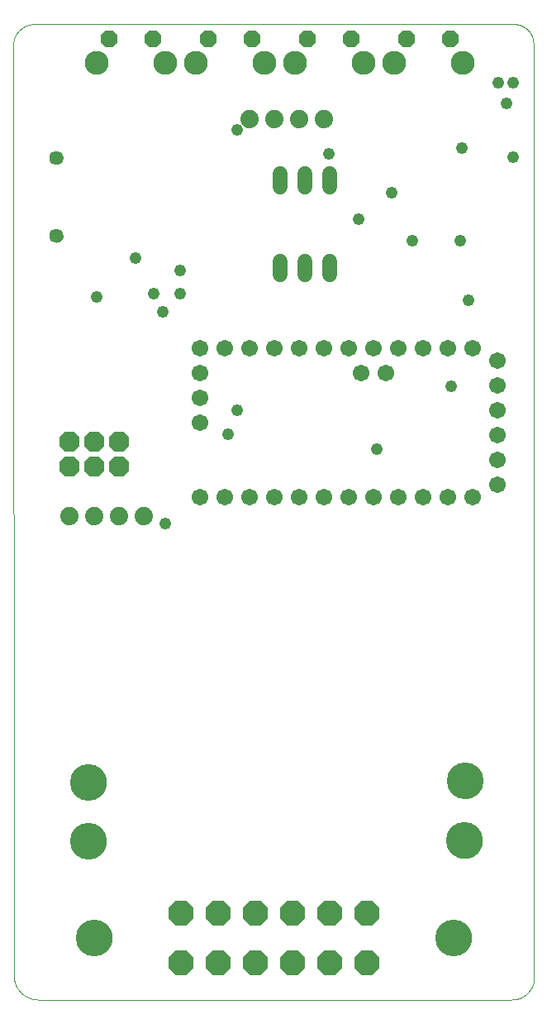
<source format=gbs>
G75*
%MOIN*%
%OFA0B0*%
%FSLAX25Y25*%
%IPPOS*%
%LPD*%
%AMOC8*
5,1,8,0,0,1.08239X$1,22.5*
%
%ADD10C,0.00000*%
%ADD11C,0.14800*%
%ADD12OC8,0.06800*%
%ADD13C,0.09650*%
%ADD14OC8,0.10249*%
%ADD15C,0.05721*%
%ADD16OC8,0.08200*%
%ADD17C,0.07400*%
%ADD18C,0.06737*%
%ADD19C,0.06000*%
%ADD20C,0.04800*%
D10*
X0001297Y0010767D02*
X0001000Y0385429D01*
X0001003Y0385640D01*
X0001010Y0385850D01*
X0001023Y0386061D01*
X0001041Y0386271D01*
X0001064Y0386480D01*
X0001092Y0386689D01*
X0001124Y0386897D01*
X0001162Y0387104D01*
X0001205Y0387311D01*
X0001253Y0387516D01*
X0001306Y0387720D01*
X0001364Y0387922D01*
X0001427Y0388124D01*
X0001494Y0388323D01*
X0001567Y0388521D01*
X0001644Y0388717D01*
X0001726Y0388911D01*
X0001812Y0389104D01*
X0001903Y0389294D01*
X0001999Y0389481D01*
X0002099Y0389667D01*
X0002204Y0389850D01*
X0002313Y0390030D01*
X0002426Y0390208D01*
X0002544Y0390383D01*
X0002665Y0390554D01*
X0002791Y0390723D01*
X0002921Y0390889D01*
X0003055Y0391052D01*
X0003193Y0391211D01*
X0003335Y0391367D01*
X0003480Y0391520D01*
X0003629Y0391669D01*
X0003782Y0391814D01*
X0003938Y0391956D01*
X0004097Y0392094D01*
X0004260Y0392228D01*
X0004426Y0392358D01*
X0004595Y0392484D01*
X0004766Y0392605D01*
X0004941Y0392723D01*
X0005119Y0392836D01*
X0005299Y0392945D01*
X0005482Y0393050D01*
X0005668Y0393150D01*
X0005855Y0393246D01*
X0006045Y0393337D01*
X0006238Y0393423D01*
X0006432Y0393505D01*
X0006628Y0393582D01*
X0006826Y0393655D01*
X0007025Y0393722D01*
X0007227Y0393785D01*
X0007429Y0393843D01*
X0007633Y0393896D01*
X0007838Y0393944D01*
X0008045Y0393987D01*
X0008252Y0394025D01*
X0008460Y0394057D01*
X0008669Y0394085D01*
X0008878Y0394108D01*
X0009088Y0394126D01*
X0009299Y0394139D01*
X0009509Y0394146D01*
X0009720Y0394149D01*
X0009720Y0394148D02*
X0203035Y0394148D01*
X0203226Y0394146D01*
X0203416Y0394139D01*
X0203606Y0394127D01*
X0203796Y0394111D01*
X0203986Y0394091D01*
X0204174Y0394065D01*
X0204363Y0394035D01*
X0204550Y0394001D01*
X0204737Y0393962D01*
X0204922Y0393919D01*
X0205107Y0393871D01*
X0205290Y0393819D01*
X0205472Y0393762D01*
X0205652Y0393701D01*
X0205831Y0393636D01*
X0206009Y0393566D01*
X0206184Y0393492D01*
X0206358Y0393414D01*
X0206530Y0393331D01*
X0206700Y0393245D01*
X0206867Y0393154D01*
X0207033Y0393059D01*
X0207196Y0392961D01*
X0207357Y0392858D01*
X0207515Y0392752D01*
X0207670Y0392642D01*
X0207823Y0392528D01*
X0207973Y0392411D01*
X0208120Y0392289D01*
X0208264Y0392165D01*
X0208405Y0392037D01*
X0208543Y0391905D01*
X0208678Y0391770D01*
X0208810Y0391632D01*
X0208938Y0391491D01*
X0209062Y0391347D01*
X0209184Y0391200D01*
X0209301Y0391050D01*
X0209415Y0390897D01*
X0209525Y0390742D01*
X0209631Y0390584D01*
X0209734Y0390423D01*
X0209832Y0390260D01*
X0209927Y0390094D01*
X0210018Y0389927D01*
X0210104Y0389757D01*
X0210187Y0389585D01*
X0210265Y0389411D01*
X0210339Y0389236D01*
X0210409Y0389058D01*
X0210474Y0388879D01*
X0210535Y0388699D01*
X0210592Y0388517D01*
X0210644Y0388334D01*
X0210692Y0388149D01*
X0210735Y0387964D01*
X0210774Y0387777D01*
X0210808Y0387590D01*
X0210838Y0387401D01*
X0210864Y0387213D01*
X0210884Y0387023D01*
X0210900Y0386833D01*
X0210912Y0386643D01*
X0210919Y0386453D01*
X0210921Y0386262D01*
X0211218Y0009978D01*
X0211215Y0009761D01*
X0211208Y0009544D01*
X0211194Y0009328D01*
X0211176Y0009111D01*
X0211153Y0008896D01*
X0211124Y0008681D01*
X0211090Y0008466D01*
X0211051Y0008253D01*
X0211006Y0008041D01*
X0210957Y0007829D01*
X0210903Y0007619D01*
X0210843Y0007411D01*
X0210779Y0007204D01*
X0210709Y0006998D01*
X0210635Y0006794D01*
X0210555Y0006592D01*
X0210471Y0006393D01*
X0210382Y0006195D01*
X0210288Y0005999D01*
X0210190Y0005806D01*
X0210086Y0005615D01*
X0209979Y0005427D01*
X0209867Y0005241D01*
X0209750Y0005058D01*
X0209629Y0004878D01*
X0209503Y0004701D01*
X0209374Y0004527D01*
X0209240Y0004356D01*
X0209102Y0004189D01*
X0208960Y0004024D01*
X0208814Y0003864D01*
X0208665Y0003707D01*
X0208511Y0003553D01*
X0208354Y0003404D01*
X0208194Y0003258D01*
X0208029Y0003116D01*
X0207862Y0002978D01*
X0207691Y0002844D01*
X0207517Y0002715D01*
X0207340Y0002589D01*
X0207160Y0002468D01*
X0206977Y0002351D01*
X0206791Y0002239D01*
X0206603Y0002132D01*
X0206412Y0002028D01*
X0206219Y0001930D01*
X0206023Y0001836D01*
X0205825Y0001747D01*
X0205626Y0001663D01*
X0205424Y0001583D01*
X0205220Y0001509D01*
X0205014Y0001439D01*
X0204807Y0001375D01*
X0204599Y0001315D01*
X0204389Y0001261D01*
X0204177Y0001212D01*
X0203965Y0001167D01*
X0203752Y0001128D01*
X0203537Y0001094D01*
X0203322Y0001065D01*
X0203107Y0001042D01*
X0202890Y0001024D01*
X0202674Y0001010D01*
X0202457Y0001003D01*
X0202240Y0001000D01*
X0011063Y0001000D01*
X0010827Y0001003D01*
X0010591Y0001011D01*
X0010356Y0001026D01*
X0010120Y0001046D01*
X0009886Y0001071D01*
X0009652Y0001102D01*
X0009419Y0001139D01*
X0009186Y0001182D01*
X0008955Y0001230D01*
X0008726Y0001284D01*
X0008497Y0001343D01*
X0008270Y0001408D01*
X0008045Y0001478D01*
X0007821Y0001554D01*
X0007600Y0001635D01*
X0007380Y0001721D01*
X0007162Y0001813D01*
X0006947Y0001910D01*
X0006734Y0002012D01*
X0006524Y0002119D01*
X0006316Y0002231D01*
X0006112Y0002348D01*
X0005910Y0002470D01*
X0005711Y0002597D01*
X0005515Y0002729D01*
X0005322Y0002865D01*
X0005133Y0003006D01*
X0004947Y0003152D01*
X0004765Y0003302D01*
X0004586Y0003456D01*
X0004412Y0003615D01*
X0004241Y0003778D01*
X0004074Y0003945D01*
X0003911Y0004116D01*
X0003752Y0004290D01*
X0003598Y0004469D01*
X0003448Y0004651D01*
X0003302Y0004837D01*
X0003161Y0005026D01*
X0003025Y0005219D01*
X0002893Y0005415D01*
X0002766Y0005614D01*
X0002644Y0005816D01*
X0002527Y0006020D01*
X0002415Y0006228D01*
X0002308Y0006438D01*
X0002206Y0006651D01*
X0002109Y0006866D01*
X0002017Y0007084D01*
X0001931Y0007304D01*
X0001850Y0007525D01*
X0001774Y0007749D01*
X0001704Y0007974D01*
X0001639Y0008201D01*
X0001580Y0008430D01*
X0001526Y0008659D01*
X0001478Y0008890D01*
X0001435Y0009123D01*
X0001398Y0009356D01*
X0001367Y0009590D01*
X0001342Y0009824D01*
X0001322Y0010060D01*
X0001307Y0010295D01*
X0001299Y0010531D01*
X0001296Y0010767D01*
X0024468Y0064839D02*
X0024470Y0065011D01*
X0024476Y0065182D01*
X0024487Y0065354D01*
X0024502Y0065525D01*
X0024521Y0065696D01*
X0024544Y0065866D01*
X0024571Y0066036D01*
X0024603Y0066205D01*
X0024638Y0066373D01*
X0024678Y0066540D01*
X0024722Y0066706D01*
X0024769Y0066871D01*
X0024821Y0067035D01*
X0024877Y0067197D01*
X0024937Y0067358D01*
X0025001Y0067518D01*
X0025069Y0067676D01*
X0025140Y0067832D01*
X0025215Y0067986D01*
X0025295Y0068139D01*
X0025377Y0068289D01*
X0025464Y0068438D01*
X0025554Y0068584D01*
X0025648Y0068728D01*
X0025745Y0068870D01*
X0025846Y0069009D01*
X0025950Y0069146D01*
X0026057Y0069280D01*
X0026168Y0069411D01*
X0026281Y0069540D01*
X0026398Y0069666D01*
X0026518Y0069789D01*
X0026641Y0069909D01*
X0026767Y0070026D01*
X0026896Y0070139D01*
X0027027Y0070250D01*
X0027161Y0070357D01*
X0027298Y0070461D01*
X0027437Y0070562D01*
X0027579Y0070659D01*
X0027723Y0070753D01*
X0027869Y0070843D01*
X0028018Y0070930D01*
X0028168Y0071012D01*
X0028321Y0071092D01*
X0028475Y0071167D01*
X0028631Y0071238D01*
X0028789Y0071306D01*
X0028949Y0071370D01*
X0029110Y0071430D01*
X0029272Y0071486D01*
X0029436Y0071538D01*
X0029601Y0071585D01*
X0029767Y0071629D01*
X0029934Y0071669D01*
X0030102Y0071704D01*
X0030271Y0071736D01*
X0030441Y0071763D01*
X0030611Y0071786D01*
X0030782Y0071805D01*
X0030953Y0071820D01*
X0031125Y0071831D01*
X0031296Y0071837D01*
X0031468Y0071839D01*
X0031640Y0071837D01*
X0031811Y0071831D01*
X0031983Y0071820D01*
X0032154Y0071805D01*
X0032325Y0071786D01*
X0032495Y0071763D01*
X0032665Y0071736D01*
X0032834Y0071704D01*
X0033002Y0071669D01*
X0033169Y0071629D01*
X0033335Y0071585D01*
X0033500Y0071538D01*
X0033664Y0071486D01*
X0033826Y0071430D01*
X0033987Y0071370D01*
X0034147Y0071306D01*
X0034305Y0071238D01*
X0034461Y0071167D01*
X0034615Y0071092D01*
X0034768Y0071012D01*
X0034918Y0070930D01*
X0035067Y0070843D01*
X0035213Y0070753D01*
X0035357Y0070659D01*
X0035499Y0070562D01*
X0035638Y0070461D01*
X0035775Y0070357D01*
X0035909Y0070250D01*
X0036040Y0070139D01*
X0036169Y0070026D01*
X0036295Y0069909D01*
X0036418Y0069789D01*
X0036538Y0069666D01*
X0036655Y0069540D01*
X0036768Y0069411D01*
X0036879Y0069280D01*
X0036986Y0069146D01*
X0037090Y0069009D01*
X0037191Y0068870D01*
X0037288Y0068728D01*
X0037382Y0068584D01*
X0037472Y0068438D01*
X0037559Y0068289D01*
X0037641Y0068139D01*
X0037721Y0067986D01*
X0037796Y0067832D01*
X0037867Y0067676D01*
X0037935Y0067518D01*
X0037999Y0067358D01*
X0038059Y0067197D01*
X0038115Y0067035D01*
X0038167Y0066871D01*
X0038214Y0066706D01*
X0038258Y0066540D01*
X0038298Y0066373D01*
X0038333Y0066205D01*
X0038365Y0066036D01*
X0038392Y0065866D01*
X0038415Y0065696D01*
X0038434Y0065525D01*
X0038449Y0065354D01*
X0038460Y0065182D01*
X0038466Y0065011D01*
X0038468Y0064839D01*
X0038466Y0064667D01*
X0038460Y0064496D01*
X0038449Y0064324D01*
X0038434Y0064153D01*
X0038415Y0063982D01*
X0038392Y0063812D01*
X0038365Y0063642D01*
X0038333Y0063473D01*
X0038298Y0063305D01*
X0038258Y0063138D01*
X0038214Y0062972D01*
X0038167Y0062807D01*
X0038115Y0062643D01*
X0038059Y0062481D01*
X0037999Y0062320D01*
X0037935Y0062160D01*
X0037867Y0062002D01*
X0037796Y0061846D01*
X0037721Y0061692D01*
X0037641Y0061539D01*
X0037559Y0061389D01*
X0037472Y0061240D01*
X0037382Y0061094D01*
X0037288Y0060950D01*
X0037191Y0060808D01*
X0037090Y0060669D01*
X0036986Y0060532D01*
X0036879Y0060398D01*
X0036768Y0060267D01*
X0036655Y0060138D01*
X0036538Y0060012D01*
X0036418Y0059889D01*
X0036295Y0059769D01*
X0036169Y0059652D01*
X0036040Y0059539D01*
X0035909Y0059428D01*
X0035775Y0059321D01*
X0035638Y0059217D01*
X0035499Y0059116D01*
X0035357Y0059019D01*
X0035213Y0058925D01*
X0035067Y0058835D01*
X0034918Y0058748D01*
X0034768Y0058666D01*
X0034615Y0058586D01*
X0034461Y0058511D01*
X0034305Y0058440D01*
X0034147Y0058372D01*
X0033987Y0058308D01*
X0033826Y0058248D01*
X0033664Y0058192D01*
X0033500Y0058140D01*
X0033335Y0058093D01*
X0033169Y0058049D01*
X0033002Y0058009D01*
X0032834Y0057974D01*
X0032665Y0057942D01*
X0032495Y0057915D01*
X0032325Y0057892D01*
X0032154Y0057873D01*
X0031983Y0057858D01*
X0031811Y0057847D01*
X0031640Y0057841D01*
X0031468Y0057839D01*
X0031296Y0057841D01*
X0031125Y0057847D01*
X0030953Y0057858D01*
X0030782Y0057873D01*
X0030611Y0057892D01*
X0030441Y0057915D01*
X0030271Y0057942D01*
X0030102Y0057974D01*
X0029934Y0058009D01*
X0029767Y0058049D01*
X0029601Y0058093D01*
X0029436Y0058140D01*
X0029272Y0058192D01*
X0029110Y0058248D01*
X0028949Y0058308D01*
X0028789Y0058372D01*
X0028631Y0058440D01*
X0028475Y0058511D01*
X0028321Y0058586D01*
X0028168Y0058666D01*
X0028018Y0058748D01*
X0027869Y0058835D01*
X0027723Y0058925D01*
X0027579Y0059019D01*
X0027437Y0059116D01*
X0027298Y0059217D01*
X0027161Y0059321D01*
X0027027Y0059428D01*
X0026896Y0059539D01*
X0026767Y0059652D01*
X0026641Y0059769D01*
X0026518Y0059889D01*
X0026398Y0060012D01*
X0026281Y0060138D01*
X0026168Y0060267D01*
X0026057Y0060398D01*
X0025950Y0060532D01*
X0025846Y0060669D01*
X0025745Y0060808D01*
X0025648Y0060950D01*
X0025554Y0061094D01*
X0025464Y0061240D01*
X0025377Y0061389D01*
X0025295Y0061539D01*
X0025215Y0061692D01*
X0025140Y0061846D01*
X0025069Y0062002D01*
X0025001Y0062160D01*
X0024937Y0062320D01*
X0024877Y0062481D01*
X0024821Y0062643D01*
X0024769Y0062807D01*
X0024722Y0062972D01*
X0024678Y0063138D01*
X0024638Y0063305D01*
X0024603Y0063473D01*
X0024571Y0063642D01*
X0024544Y0063812D01*
X0024521Y0063982D01*
X0024502Y0064153D01*
X0024487Y0064324D01*
X0024476Y0064496D01*
X0024470Y0064667D01*
X0024468Y0064839D01*
X0024536Y0088621D02*
X0024538Y0088793D01*
X0024544Y0088964D01*
X0024555Y0089136D01*
X0024570Y0089307D01*
X0024589Y0089478D01*
X0024612Y0089648D01*
X0024639Y0089818D01*
X0024671Y0089987D01*
X0024706Y0090155D01*
X0024746Y0090322D01*
X0024790Y0090488D01*
X0024837Y0090653D01*
X0024889Y0090817D01*
X0024945Y0090979D01*
X0025005Y0091140D01*
X0025069Y0091300D01*
X0025137Y0091458D01*
X0025208Y0091614D01*
X0025283Y0091768D01*
X0025363Y0091921D01*
X0025445Y0092071D01*
X0025532Y0092220D01*
X0025622Y0092366D01*
X0025716Y0092510D01*
X0025813Y0092652D01*
X0025914Y0092791D01*
X0026018Y0092928D01*
X0026125Y0093062D01*
X0026236Y0093193D01*
X0026349Y0093322D01*
X0026466Y0093448D01*
X0026586Y0093571D01*
X0026709Y0093691D01*
X0026835Y0093808D01*
X0026964Y0093921D01*
X0027095Y0094032D01*
X0027229Y0094139D01*
X0027366Y0094243D01*
X0027505Y0094344D01*
X0027647Y0094441D01*
X0027791Y0094535D01*
X0027937Y0094625D01*
X0028086Y0094712D01*
X0028236Y0094794D01*
X0028389Y0094874D01*
X0028543Y0094949D01*
X0028699Y0095020D01*
X0028857Y0095088D01*
X0029017Y0095152D01*
X0029178Y0095212D01*
X0029340Y0095268D01*
X0029504Y0095320D01*
X0029669Y0095367D01*
X0029835Y0095411D01*
X0030002Y0095451D01*
X0030170Y0095486D01*
X0030339Y0095518D01*
X0030509Y0095545D01*
X0030679Y0095568D01*
X0030850Y0095587D01*
X0031021Y0095602D01*
X0031193Y0095613D01*
X0031364Y0095619D01*
X0031536Y0095621D01*
X0031708Y0095619D01*
X0031879Y0095613D01*
X0032051Y0095602D01*
X0032222Y0095587D01*
X0032393Y0095568D01*
X0032563Y0095545D01*
X0032733Y0095518D01*
X0032902Y0095486D01*
X0033070Y0095451D01*
X0033237Y0095411D01*
X0033403Y0095367D01*
X0033568Y0095320D01*
X0033732Y0095268D01*
X0033894Y0095212D01*
X0034055Y0095152D01*
X0034215Y0095088D01*
X0034373Y0095020D01*
X0034529Y0094949D01*
X0034683Y0094874D01*
X0034836Y0094794D01*
X0034986Y0094712D01*
X0035135Y0094625D01*
X0035281Y0094535D01*
X0035425Y0094441D01*
X0035567Y0094344D01*
X0035706Y0094243D01*
X0035843Y0094139D01*
X0035977Y0094032D01*
X0036108Y0093921D01*
X0036237Y0093808D01*
X0036363Y0093691D01*
X0036486Y0093571D01*
X0036606Y0093448D01*
X0036723Y0093322D01*
X0036836Y0093193D01*
X0036947Y0093062D01*
X0037054Y0092928D01*
X0037158Y0092791D01*
X0037259Y0092652D01*
X0037356Y0092510D01*
X0037450Y0092366D01*
X0037540Y0092220D01*
X0037627Y0092071D01*
X0037709Y0091921D01*
X0037789Y0091768D01*
X0037864Y0091614D01*
X0037935Y0091458D01*
X0038003Y0091300D01*
X0038067Y0091140D01*
X0038127Y0090979D01*
X0038183Y0090817D01*
X0038235Y0090653D01*
X0038282Y0090488D01*
X0038326Y0090322D01*
X0038366Y0090155D01*
X0038401Y0089987D01*
X0038433Y0089818D01*
X0038460Y0089648D01*
X0038483Y0089478D01*
X0038502Y0089307D01*
X0038517Y0089136D01*
X0038528Y0088964D01*
X0038534Y0088793D01*
X0038536Y0088621D01*
X0038534Y0088449D01*
X0038528Y0088278D01*
X0038517Y0088106D01*
X0038502Y0087935D01*
X0038483Y0087764D01*
X0038460Y0087594D01*
X0038433Y0087424D01*
X0038401Y0087255D01*
X0038366Y0087087D01*
X0038326Y0086920D01*
X0038282Y0086754D01*
X0038235Y0086589D01*
X0038183Y0086425D01*
X0038127Y0086263D01*
X0038067Y0086102D01*
X0038003Y0085942D01*
X0037935Y0085784D01*
X0037864Y0085628D01*
X0037789Y0085474D01*
X0037709Y0085321D01*
X0037627Y0085171D01*
X0037540Y0085022D01*
X0037450Y0084876D01*
X0037356Y0084732D01*
X0037259Y0084590D01*
X0037158Y0084451D01*
X0037054Y0084314D01*
X0036947Y0084180D01*
X0036836Y0084049D01*
X0036723Y0083920D01*
X0036606Y0083794D01*
X0036486Y0083671D01*
X0036363Y0083551D01*
X0036237Y0083434D01*
X0036108Y0083321D01*
X0035977Y0083210D01*
X0035843Y0083103D01*
X0035706Y0082999D01*
X0035567Y0082898D01*
X0035425Y0082801D01*
X0035281Y0082707D01*
X0035135Y0082617D01*
X0034986Y0082530D01*
X0034836Y0082448D01*
X0034683Y0082368D01*
X0034529Y0082293D01*
X0034373Y0082222D01*
X0034215Y0082154D01*
X0034055Y0082090D01*
X0033894Y0082030D01*
X0033732Y0081974D01*
X0033568Y0081922D01*
X0033403Y0081875D01*
X0033237Y0081831D01*
X0033070Y0081791D01*
X0032902Y0081756D01*
X0032733Y0081724D01*
X0032563Y0081697D01*
X0032393Y0081674D01*
X0032222Y0081655D01*
X0032051Y0081640D01*
X0031879Y0081629D01*
X0031708Y0081623D01*
X0031536Y0081621D01*
X0031364Y0081623D01*
X0031193Y0081629D01*
X0031021Y0081640D01*
X0030850Y0081655D01*
X0030679Y0081674D01*
X0030509Y0081697D01*
X0030339Y0081724D01*
X0030170Y0081756D01*
X0030002Y0081791D01*
X0029835Y0081831D01*
X0029669Y0081875D01*
X0029504Y0081922D01*
X0029340Y0081974D01*
X0029178Y0082030D01*
X0029017Y0082090D01*
X0028857Y0082154D01*
X0028699Y0082222D01*
X0028543Y0082293D01*
X0028389Y0082368D01*
X0028236Y0082448D01*
X0028086Y0082530D01*
X0027937Y0082617D01*
X0027791Y0082707D01*
X0027647Y0082801D01*
X0027505Y0082898D01*
X0027366Y0082999D01*
X0027229Y0083103D01*
X0027095Y0083210D01*
X0026964Y0083321D01*
X0026835Y0083434D01*
X0026709Y0083551D01*
X0026586Y0083671D01*
X0026466Y0083794D01*
X0026349Y0083920D01*
X0026236Y0084049D01*
X0026125Y0084180D01*
X0026018Y0084314D01*
X0025914Y0084451D01*
X0025813Y0084590D01*
X0025716Y0084732D01*
X0025622Y0084876D01*
X0025532Y0085022D01*
X0025445Y0085171D01*
X0025363Y0085321D01*
X0025283Y0085474D01*
X0025208Y0085628D01*
X0025137Y0085784D01*
X0025069Y0085942D01*
X0025005Y0086102D01*
X0024945Y0086263D01*
X0024889Y0086425D01*
X0024837Y0086589D01*
X0024790Y0086754D01*
X0024746Y0086920D01*
X0024706Y0087087D01*
X0024671Y0087255D01*
X0024639Y0087424D01*
X0024612Y0087594D01*
X0024589Y0087764D01*
X0024570Y0087935D01*
X0024555Y0088106D01*
X0024544Y0088278D01*
X0024538Y0088449D01*
X0024536Y0088621D01*
X0026797Y0026000D02*
X0026799Y0026172D01*
X0026805Y0026343D01*
X0026816Y0026515D01*
X0026831Y0026686D01*
X0026850Y0026857D01*
X0026873Y0027027D01*
X0026900Y0027197D01*
X0026932Y0027366D01*
X0026967Y0027534D01*
X0027007Y0027701D01*
X0027051Y0027867D01*
X0027098Y0028032D01*
X0027150Y0028196D01*
X0027206Y0028358D01*
X0027266Y0028519D01*
X0027330Y0028679D01*
X0027398Y0028837D01*
X0027469Y0028993D01*
X0027544Y0029147D01*
X0027624Y0029300D01*
X0027706Y0029450D01*
X0027793Y0029599D01*
X0027883Y0029745D01*
X0027977Y0029889D01*
X0028074Y0030031D01*
X0028175Y0030170D01*
X0028279Y0030307D01*
X0028386Y0030441D01*
X0028497Y0030572D01*
X0028610Y0030701D01*
X0028727Y0030827D01*
X0028847Y0030950D01*
X0028970Y0031070D01*
X0029096Y0031187D01*
X0029225Y0031300D01*
X0029356Y0031411D01*
X0029490Y0031518D01*
X0029627Y0031622D01*
X0029766Y0031723D01*
X0029908Y0031820D01*
X0030052Y0031914D01*
X0030198Y0032004D01*
X0030347Y0032091D01*
X0030497Y0032173D01*
X0030650Y0032253D01*
X0030804Y0032328D01*
X0030960Y0032399D01*
X0031118Y0032467D01*
X0031278Y0032531D01*
X0031439Y0032591D01*
X0031601Y0032647D01*
X0031765Y0032699D01*
X0031930Y0032746D01*
X0032096Y0032790D01*
X0032263Y0032830D01*
X0032431Y0032865D01*
X0032600Y0032897D01*
X0032770Y0032924D01*
X0032940Y0032947D01*
X0033111Y0032966D01*
X0033282Y0032981D01*
X0033454Y0032992D01*
X0033625Y0032998D01*
X0033797Y0033000D01*
X0033969Y0032998D01*
X0034140Y0032992D01*
X0034312Y0032981D01*
X0034483Y0032966D01*
X0034654Y0032947D01*
X0034824Y0032924D01*
X0034994Y0032897D01*
X0035163Y0032865D01*
X0035331Y0032830D01*
X0035498Y0032790D01*
X0035664Y0032746D01*
X0035829Y0032699D01*
X0035993Y0032647D01*
X0036155Y0032591D01*
X0036316Y0032531D01*
X0036476Y0032467D01*
X0036634Y0032399D01*
X0036790Y0032328D01*
X0036944Y0032253D01*
X0037097Y0032173D01*
X0037247Y0032091D01*
X0037396Y0032004D01*
X0037542Y0031914D01*
X0037686Y0031820D01*
X0037828Y0031723D01*
X0037967Y0031622D01*
X0038104Y0031518D01*
X0038238Y0031411D01*
X0038369Y0031300D01*
X0038498Y0031187D01*
X0038624Y0031070D01*
X0038747Y0030950D01*
X0038867Y0030827D01*
X0038984Y0030701D01*
X0039097Y0030572D01*
X0039208Y0030441D01*
X0039315Y0030307D01*
X0039419Y0030170D01*
X0039520Y0030031D01*
X0039617Y0029889D01*
X0039711Y0029745D01*
X0039801Y0029599D01*
X0039888Y0029450D01*
X0039970Y0029300D01*
X0040050Y0029147D01*
X0040125Y0028993D01*
X0040196Y0028837D01*
X0040264Y0028679D01*
X0040328Y0028519D01*
X0040388Y0028358D01*
X0040444Y0028196D01*
X0040496Y0028032D01*
X0040543Y0027867D01*
X0040587Y0027701D01*
X0040627Y0027534D01*
X0040662Y0027366D01*
X0040694Y0027197D01*
X0040721Y0027027D01*
X0040744Y0026857D01*
X0040763Y0026686D01*
X0040778Y0026515D01*
X0040789Y0026343D01*
X0040795Y0026172D01*
X0040797Y0026000D01*
X0040795Y0025828D01*
X0040789Y0025657D01*
X0040778Y0025485D01*
X0040763Y0025314D01*
X0040744Y0025143D01*
X0040721Y0024973D01*
X0040694Y0024803D01*
X0040662Y0024634D01*
X0040627Y0024466D01*
X0040587Y0024299D01*
X0040543Y0024133D01*
X0040496Y0023968D01*
X0040444Y0023804D01*
X0040388Y0023642D01*
X0040328Y0023481D01*
X0040264Y0023321D01*
X0040196Y0023163D01*
X0040125Y0023007D01*
X0040050Y0022853D01*
X0039970Y0022700D01*
X0039888Y0022550D01*
X0039801Y0022401D01*
X0039711Y0022255D01*
X0039617Y0022111D01*
X0039520Y0021969D01*
X0039419Y0021830D01*
X0039315Y0021693D01*
X0039208Y0021559D01*
X0039097Y0021428D01*
X0038984Y0021299D01*
X0038867Y0021173D01*
X0038747Y0021050D01*
X0038624Y0020930D01*
X0038498Y0020813D01*
X0038369Y0020700D01*
X0038238Y0020589D01*
X0038104Y0020482D01*
X0037967Y0020378D01*
X0037828Y0020277D01*
X0037686Y0020180D01*
X0037542Y0020086D01*
X0037396Y0019996D01*
X0037247Y0019909D01*
X0037097Y0019827D01*
X0036944Y0019747D01*
X0036790Y0019672D01*
X0036634Y0019601D01*
X0036476Y0019533D01*
X0036316Y0019469D01*
X0036155Y0019409D01*
X0035993Y0019353D01*
X0035829Y0019301D01*
X0035664Y0019254D01*
X0035498Y0019210D01*
X0035331Y0019170D01*
X0035163Y0019135D01*
X0034994Y0019103D01*
X0034824Y0019076D01*
X0034654Y0019053D01*
X0034483Y0019034D01*
X0034312Y0019019D01*
X0034140Y0019008D01*
X0033969Y0019002D01*
X0033797Y0019000D01*
X0033625Y0019002D01*
X0033454Y0019008D01*
X0033282Y0019019D01*
X0033111Y0019034D01*
X0032940Y0019053D01*
X0032770Y0019076D01*
X0032600Y0019103D01*
X0032431Y0019135D01*
X0032263Y0019170D01*
X0032096Y0019210D01*
X0031930Y0019254D01*
X0031765Y0019301D01*
X0031601Y0019353D01*
X0031439Y0019409D01*
X0031278Y0019469D01*
X0031118Y0019533D01*
X0030960Y0019601D01*
X0030804Y0019672D01*
X0030650Y0019747D01*
X0030497Y0019827D01*
X0030347Y0019909D01*
X0030198Y0019996D01*
X0030052Y0020086D01*
X0029908Y0020180D01*
X0029766Y0020277D01*
X0029627Y0020378D01*
X0029490Y0020482D01*
X0029356Y0020589D01*
X0029225Y0020700D01*
X0029096Y0020813D01*
X0028970Y0020930D01*
X0028847Y0021050D01*
X0028727Y0021173D01*
X0028610Y0021299D01*
X0028497Y0021428D01*
X0028386Y0021559D01*
X0028279Y0021693D01*
X0028175Y0021830D01*
X0028074Y0021969D01*
X0027977Y0022111D01*
X0027883Y0022255D01*
X0027793Y0022401D01*
X0027706Y0022550D01*
X0027624Y0022700D01*
X0027544Y0022853D01*
X0027469Y0023007D01*
X0027398Y0023163D01*
X0027330Y0023321D01*
X0027266Y0023481D01*
X0027206Y0023642D01*
X0027150Y0023804D01*
X0027098Y0023968D01*
X0027051Y0024133D01*
X0027007Y0024299D01*
X0026967Y0024466D01*
X0026932Y0024634D01*
X0026900Y0024803D01*
X0026873Y0024973D01*
X0026850Y0025143D01*
X0026831Y0025314D01*
X0026816Y0025485D01*
X0026805Y0025657D01*
X0026799Y0025828D01*
X0026797Y0026000D01*
X0016041Y0308795D02*
X0016043Y0308894D01*
X0016049Y0308993D01*
X0016059Y0309092D01*
X0016073Y0309190D01*
X0016091Y0309287D01*
X0016113Y0309384D01*
X0016138Y0309480D01*
X0016168Y0309574D01*
X0016201Y0309668D01*
X0016238Y0309760D01*
X0016279Y0309850D01*
X0016323Y0309939D01*
X0016371Y0310025D01*
X0016422Y0310110D01*
X0016477Y0310193D01*
X0016535Y0310273D01*
X0016596Y0310351D01*
X0016660Y0310427D01*
X0016727Y0310500D01*
X0016797Y0310570D01*
X0016870Y0310637D01*
X0016946Y0310701D01*
X0017024Y0310762D01*
X0017104Y0310820D01*
X0017187Y0310875D01*
X0017271Y0310926D01*
X0017358Y0310974D01*
X0017447Y0311018D01*
X0017537Y0311059D01*
X0017629Y0311096D01*
X0017723Y0311129D01*
X0017817Y0311159D01*
X0017913Y0311184D01*
X0018010Y0311206D01*
X0018107Y0311224D01*
X0018205Y0311238D01*
X0018304Y0311248D01*
X0018403Y0311254D01*
X0018502Y0311256D01*
X0018601Y0311254D01*
X0018700Y0311248D01*
X0018799Y0311238D01*
X0018897Y0311224D01*
X0018994Y0311206D01*
X0019091Y0311184D01*
X0019187Y0311159D01*
X0019281Y0311129D01*
X0019375Y0311096D01*
X0019467Y0311059D01*
X0019557Y0311018D01*
X0019646Y0310974D01*
X0019732Y0310926D01*
X0019817Y0310875D01*
X0019900Y0310820D01*
X0019980Y0310762D01*
X0020058Y0310701D01*
X0020134Y0310637D01*
X0020207Y0310570D01*
X0020277Y0310500D01*
X0020344Y0310427D01*
X0020408Y0310351D01*
X0020469Y0310273D01*
X0020527Y0310193D01*
X0020582Y0310110D01*
X0020633Y0310026D01*
X0020681Y0309939D01*
X0020725Y0309850D01*
X0020766Y0309760D01*
X0020803Y0309668D01*
X0020836Y0309574D01*
X0020866Y0309480D01*
X0020891Y0309384D01*
X0020913Y0309287D01*
X0020931Y0309190D01*
X0020945Y0309092D01*
X0020955Y0308993D01*
X0020961Y0308894D01*
X0020963Y0308795D01*
X0020961Y0308696D01*
X0020955Y0308597D01*
X0020945Y0308498D01*
X0020931Y0308400D01*
X0020913Y0308303D01*
X0020891Y0308206D01*
X0020866Y0308110D01*
X0020836Y0308016D01*
X0020803Y0307922D01*
X0020766Y0307830D01*
X0020725Y0307740D01*
X0020681Y0307651D01*
X0020633Y0307565D01*
X0020582Y0307480D01*
X0020527Y0307397D01*
X0020469Y0307317D01*
X0020408Y0307239D01*
X0020344Y0307163D01*
X0020277Y0307090D01*
X0020207Y0307020D01*
X0020134Y0306953D01*
X0020058Y0306889D01*
X0019980Y0306828D01*
X0019900Y0306770D01*
X0019817Y0306715D01*
X0019733Y0306664D01*
X0019646Y0306616D01*
X0019557Y0306572D01*
X0019467Y0306531D01*
X0019375Y0306494D01*
X0019281Y0306461D01*
X0019187Y0306431D01*
X0019091Y0306406D01*
X0018994Y0306384D01*
X0018897Y0306366D01*
X0018799Y0306352D01*
X0018700Y0306342D01*
X0018601Y0306336D01*
X0018502Y0306334D01*
X0018403Y0306336D01*
X0018304Y0306342D01*
X0018205Y0306352D01*
X0018107Y0306366D01*
X0018010Y0306384D01*
X0017913Y0306406D01*
X0017817Y0306431D01*
X0017723Y0306461D01*
X0017629Y0306494D01*
X0017537Y0306531D01*
X0017447Y0306572D01*
X0017358Y0306616D01*
X0017272Y0306664D01*
X0017187Y0306715D01*
X0017104Y0306770D01*
X0017024Y0306828D01*
X0016946Y0306889D01*
X0016870Y0306953D01*
X0016797Y0307020D01*
X0016727Y0307090D01*
X0016660Y0307163D01*
X0016596Y0307239D01*
X0016535Y0307317D01*
X0016477Y0307397D01*
X0016422Y0307480D01*
X0016371Y0307564D01*
X0016323Y0307651D01*
X0016279Y0307740D01*
X0016238Y0307830D01*
X0016201Y0307922D01*
X0016168Y0308016D01*
X0016138Y0308110D01*
X0016113Y0308206D01*
X0016091Y0308303D01*
X0016073Y0308400D01*
X0016059Y0308498D01*
X0016049Y0308597D01*
X0016043Y0308696D01*
X0016041Y0308795D01*
X0016041Y0340291D02*
X0016043Y0340390D01*
X0016049Y0340489D01*
X0016059Y0340588D01*
X0016073Y0340686D01*
X0016091Y0340783D01*
X0016113Y0340880D01*
X0016138Y0340976D01*
X0016168Y0341070D01*
X0016201Y0341164D01*
X0016238Y0341256D01*
X0016279Y0341346D01*
X0016323Y0341435D01*
X0016371Y0341521D01*
X0016422Y0341606D01*
X0016477Y0341689D01*
X0016535Y0341769D01*
X0016596Y0341847D01*
X0016660Y0341923D01*
X0016727Y0341996D01*
X0016797Y0342066D01*
X0016870Y0342133D01*
X0016946Y0342197D01*
X0017024Y0342258D01*
X0017104Y0342316D01*
X0017187Y0342371D01*
X0017271Y0342422D01*
X0017358Y0342470D01*
X0017447Y0342514D01*
X0017537Y0342555D01*
X0017629Y0342592D01*
X0017723Y0342625D01*
X0017817Y0342655D01*
X0017913Y0342680D01*
X0018010Y0342702D01*
X0018107Y0342720D01*
X0018205Y0342734D01*
X0018304Y0342744D01*
X0018403Y0342750D01*
X0018502Y0342752D01*
X0018601Y0342750D01*
X0018700Y0342744D01*
X0018799Y0342734D01*
X0018897Y0342720D01*
X0018994Y0342702D01*
X0019091Y0342680D01*
X0019187Y0342655D01*
X0019281Y0342625D01*
X0019375Y0342592D01*
X0019467Y0342555D01*
X0019557Y0342514D01*
X0019646Y0342470D01*
X0019732Y0342422D01*
X0019817Y0342371D01*
X0019900Y0342316D01*
X0019980Y0342258D01*
X0020058Y0342197D01*
X0020134Y0342133D01*
X0020207Y0342066D01*
X0020277Y0341996D01*
X0020344Y0341923D01*
X0020408Y0341847D01*
X0020469Y0341769D01*
X0020527Y0341689D01*
X0020582Y0341606D01*
X0020633Y0341522D01*
X0020681Y0341435D01*
X0020725Y0341346D01*
X0020766Y0341256D01*
X0020803Y0341164D01*
X0020836Y0341070D01*
X0020866Y0340976D01*
X0020891Y0340880D01*
X0020913Y0340783D01*
X0020931Y0340686D01*
X0020945Y0340588D01*
X0020955Y0340489D01*
X0020961Y0340390D01*
X0020963Y0340291D01*
X0020961Y0340192D01*
X0020955Y0340093D01*
X0020945Y0339994D01*
X0020931Y0339896D01*
X0020913Y0339799D01*
X0020891Y0339702D01*
X0020866Y0339606D01*
X0020836Y0339512D01*
X0020803Y0339418D01*
X0020766Y0339326D01*
X0020725Y0339236D01*
X0020681Y0339147D01*
X0020633Y0339061D01*
X0020582Y0338976D01*
X0020527Y0338893D01*
X0020469Y0338813D01*
X0020408Y0338735D01*
X0020344Y0338659D01*
X0020277Y0338586D01*
X0020207Y0338516D01*
X0020134Y0338449D01*
X0020058Y0338385D01*
X0019980Y0338324D01*
X0019900Y0338266D01*
X0019817Y0338211D01*
X0019733Y0338160D01*
X0019646Y0338112D01*
X0019557Y0338068D01*
X0019467Y0338027D01*
X0019375Y0337990D01*
X0019281Y0337957D01*
X0019187Y0337927D01*
X0019091Y0337902D01*
X0018994Y0337880D01*
X0018897Y0337862D01*
X0018799Y0337848D01*
X0018700Y0337838D01*
X0018601Y0337832D01*
X0018502Y0337830D01*
X0018403Y0337832D01*
X0018304Y0337838D01*
X0018205Y0337848D01*
X0018107Y0337862D01*
X0018010Y0337880D01*
X0017913Y0337902D01*
X0017817Y0337927D01*
X0017723Y0337957D01*
X0017629Y0337990D01*
X0017537Y0338027D01*
X0017447Y0338068D01*
X0017358Y0338112D01*
X0017272Y0338160D01*
X0017187Y0338211D01*
X0017104Y0338266D01*
X0017024Y0338324D01*
X0016946Y0338385D01*
X0016870Y0338449D01*
X0016797Y0338516D01*
X0016727Y0338586D01*
X0016660Y0338659D01*
X0016596Y0338735D01*
X0016535Y0338813D01*
X0016477Y0338893D01*
X0016422Y0338976D01*
X0016371Y0339060D01*
X0016323Y0339147D01*
X0016279Y0339236D01*
X0016238Y0339326D01*
X0016201Y0339418D01*
X0016168Y0339512D01*
X0016138Y0339606D01*
X0016113Y0339702D01*
X0016091Y0339799D01*
X0016073Y0339896D01*
X0016059Y0339994D01*
X0016049Y0340093D01*
X0016043Y0340192D01*
X0016041Y0340291D01*
X0171797Y0026000D02*
X0171799Y0026172D01*
X0171805Y0026343D01*
X0171816Y0026515D01*
X0171831Y0026686D01*
X0171850Y0026857D01*
X0171873Y0027027D01*
X0171900Y0027197D01*
X0171932Y0027366D01*
X0171967Y0027534D01*
X0172007Y0027701D01*
X0172051Y0027867D01*
X0172098Y0028032D01*
X0172150Y0028196D01*
X0172206Y0028358D01*
X0172266Y0028519D01*
X0172330Y0028679D01*
X0172398Y0028837D01*
X0172469Y0028993D01*
X0172544Y0029147D01*
X0172624Y0029300D01*
X0172706Y0029450D01*
X0172793Y0029599D01*
X0172883Y0029745D01*
X0172977Y0029889D01*
X0173074Y0030031D01*
X0173175Y0030170D01*
X0173279Y0030307D01*
X0173386Y0030441D01*
X0173497Y0030572D01*
X0173610Y0030701D01*
X0173727Y0030827D01*
X0173847Y0030950D01*
X0173970Y0031070D01*
X0174096Y0031187D01*
X0174225Y0031300D01*
X0174356Y0031411D01*
X0174490Y0031518D01*
X0174627Y0031622D01*
X0174766Y0031723D01*
X0174908Y0031820D01*
X0175052Y0031914D01*
X0175198Y0032004D01*
X0175347Y0032091D01*
X0175497Y0032173D01*
X0175650Y0032253D01*
X0175804Y0032328D01*
X0175960Y0032399D01*
X0176118Y0032467D01*
X0176278Y0032531D01*
X0176439Y0032591D01*
X0176601Y0032647D01*
X0176765Y0032699D01*
X0176930Y0032746D01*
X0177096Y0032790D01*
X0177263Y0032830D01*
X0177431Y0032865D01*
X0177600Y0032897D01*
X0177770Y0032924D01*
X0177940Y0032947D01*
X0178111Y0032966D01*
X0178282Y0032981D01*
X0178454Y0032992D01*
X0178625Y0032998D01*
X0178797Y0033000D01*
X0178969Y0032998D01*
X0179140Y0032992D01*
X0179312Y0032981D01*
X0179483Y0032966D01*
X0179654Y0032947D01*
X0179824Y0032924D01*
X0179994Y0032897D01*
X0180163Y0032865D01*
X0180331Y0032830D01*
X0180498Y0032790D01*
X0180664Y0032746D01*
X0180829Y0032699D01*
X0180993Y0032647D01*
X0181155Y0032591D01*
X0181316Y0032531D01*
X0181476Y0032467D01*
X0181634Y0032399D01*
X0181790Y0032328D01*
X0181944Y0032253D01*
X0182097Y0032173D01*
X0182247Y0032091D01*
X0182396Y0032004D01*
X0182542Y0031914D01*
X0182686Y0031820D01*
X0182828Y0031723D01*
X0182967Y0031622D01*
X0183104Y0031518D01*
X0183238Y0031411D01*
X0183369Y0031300D01*
X0183498Y0031187D01*
X0183624Y0031070D01*
X0183747Y0030950D01*
X0183867Y0030827D01*
X0183984Y0030701D01*
X0184097Y0030572D01*
X0184208Y0030441D01*
X0184315Y0030307D01*
X0184419Y0030170D01*
X0184520Y0030031D01*
X0184617Y0029889D01*
X0184711Y0029745D01*
X0184801Y0029599D01*
X0184888Y0029450D01*
X0184970Y0029300D01*
X0185050Y0029147D01*
X0185125Y0028993D01*
X0185196Y0028837D01*
X0185264Y0028679D01*
X0185328Y0028519D01*
X0185388Y0028358D01*
X0185444Y0028196D01*
X0185496Y0028032D01*
X0185543Y0027867D01*
X0185587Y0027701D01*
X0185627Y0027534D01*
X0185662Y0027366D01*
X0185694Y0027197D01*
X0185721Y0027027D01*
X0185744Y0026857D01*
X0185763Y0026686D01*
X0185778Y0026515D01*
X0185789Y0026343D01*
X0185795Y0026172D01*
X0185797Y0026000D01*
X0185795Y0025828D01*
X0185789Y0025657D01*
X0185778Y0025485D01*
X0185763Y0025314D01*
X0185744Y0025143D01*
X0185721Y0024973D01*
X0185694Y0024803D01*
X0185662Y0024634D01*
X0185627Y0024466D01*
X0185587Y0024299D01*
X0185543Y0024133D01*
X0185496Y0023968D01*
X0185444Y0023804D01*
X0185388Y0023642D01*
X0185328Y0023481D01*
X0185264Y0023321D01*
X0185196Y0023163D01*
X0185125Y0023007D01*
X0185050Y0022853D01*
X0184970Y0022700D01*
X0184888Y0022550D01*
X0184801Y0022401D01*
X0184711Y0022255D01*
X0184617Y0022111D01*
X0184520Y0021969D01*
X0184419Y0021830D01*
X0184315Y0021693D01*
X0184208Y0021559D01*
X0184097Y0021428D01*
X0183984Y0021299D01*
X0183867Y0021173D01*
X0183747Y0021050D01*
X0183624Y0020930D01*
X0183498Y0020813D01*
X0183369Y0020700D01*
X0183238Y0020589D01*
X0183104Y0020482D01*
X0182967Y0020378D01*
X0182828Y0020277D01*
X0182686Y0020180D01*
X0182542Y0020086D01*
X0182396Y0019996D01*
X0182247Y0019909D01*
X0182097Y0019827D01*
X0181944Y0019747D01*
X0181790Y0019672D01*
X0181634Y0019601D01*
X0181476Y0019533D01*
X0181316Y0019469D01*
X0181155Y0019409D01*
X0180993Y0019353D01*
X0180829Y0019301D01*
X0180664Y0019254D01*
X0180498Y0019210D01*
X0180331Y0019170D01*
X0180163Y0019135D01*
X0179994Y0019103D01*
X0179824Y0019076D01*
X0179654Y0019053D01*
X0179483Y0019034D01*
X0179312Y0019019D01*
X0179140Y0019008D01*
X0178969Y0019002D01*
X0178797Y0019000D01*
X0178625Y0019002D01*
X0178454Y0019008D01*
X0178282Y0019019D01*
X0178111Y0019034D01*
X0177940Y0019053D01*
X0177770Y0019076D01*
X0177600Y0019103D01*
X0177431Y0019135D01*
X0177263Y0019170D01*
X0177096Y0019210D01*
X0176930Y0019254D01*
X0176765Y0019301D01*
X0176601Y0019353D01*
X0176439Y0019409D01*
X0176278Y0019469D01*
X0176118Y0019533D01*
X0175960Y0019601D01*
X0175804Y0019672D01*
X0175650Y0019747D01*
X0175497Y0019827D01*
X0175347Y0019909D01*
X0175198Y0019996D01*
X0175052Y0020086D01*
X0174908Y0020180D01*
X0174766Y0020277D01*
X0174627Y0020378D01*
X0174490Y0020482D01*
X0174356Y0020589D01*
X0174225Y0020700D01*
X0174096Y0020813D01*
X0173970Y0020930D01*
X0173847Y0021050D01*
X0173727Y0021173D01*
X0173610Y0021299D01*
X0173497Y0021428D01*
X0173386Y0021559D01*
X0173279Y0021693D01*
X0173175Y0021830D01*
X0173074Y0021969D01*
X0172977Y0022111D01*
X0172883Y0022255D01*
X0172793Y0022401D01*
X0172706Y0022550D01*
X0172624Y0022700D01*
X0172544Y0022853D01*
X0172469Y0023007D01*
X0172398Y0023163D01*
X0172330Y0023321D01*
X0172266Y0023481D01*
X0172206Y0023642D01*
X0172150Y0023804D01*
X0172098Y0023968D01*
X0172051Y0024133D01*
X0172007Y0024299D01*
X0171967Y0024466D01*
X0171932Y0024634D01*
X0171900Y0024803D01*
X0171873Y0024973D01*
X0171850Y0025143D01*
X0171831Y0025314D01*
X0171816Y0025485D01*
X0171805Y0025657D01*
X0171799Y0025828D01*
X0171797Y0026000D01*
X0176134Y0065023D02*
X0176136Y0065195D01*
X0176142Y0065366D01*
X0176153Y0065538D01*
X0176168Y0065709D01*
X0176187Y0065880D01*
X0176210Y0066050D01*
X0176237Y0066220D01*
X0176269Y0066389D01*
X0176304Y0066557D01*
X0176344Y0066724D01*
X0176388Y0066890D01*
X0176435Y0067055D01*
X0176487Y0067219D01*
X0176543Y0067381D01*
X0176603Y0067542D01*
X0176667Y0067702D01*
X0176735Y0067860D01*
X0176806Y0068016D01*
X0176881Y0068170D01*
X0176961Y0068323D01*
X0177043Y0068473D01*
X0177130Y0068622D01*
X0177220Y0068768D01*
X0177314Y0068912D01*
X0177411Y0069054D01*
X0177512Y0069193D01*
X0177616Y0069330D01*
X0177723Y0069464D01*
X0177834Y0069595D01*
X0177947Y0069724D01*
X0178064Y0069850D01*
X0178184Y0069973D01*
X0178307Y0070093D01*
X0178433Y0070210D01*
X0178562Y0070323D01*
X0178693Y0070434D01*
X0178827Y0070541D01*
X0178964Y0070645D01*
X0179103Y0070746D01*
X0179245Y0070843D01*
X0179389Y0070937D01*
X0179535Y0071027D01*
X0179684Y0071114D01*
X0179834Y0071196D01*
X0179987Y0071276D01*
X0180141Y0071351D01*
X0180297Y0071422D01*
X0180455Y0071490D01*
X0180615Y0071554D01*
X0180776Y0071614D01*
X0180938Y0071670D01*
X0181102Y0071722D01*
X0181267Y0071769D01*
X0181433Y0071813D01*
X0181600Y0071853D01*
X0181768Y0071888D01*
X0181937Y0071920D01*
X0182107Y0071947D01*
X0182277Y0071970D01*
X0182448Y0071989D01*
X0182619Y0072004D01*
X0182791Y0072015D01*
X0182962Y0072021D01*
X0183134Y0072023D01*
X0183306Y0072021D01*
X0183477Y0072015D01*
X0183649Y0072004D01*
X0183820Y0071989D01*
X0183991Y0071970D01*
X0184161Y0071947D01*
X0184331Y0071920D01*
X0184500Y0071888D01*
X0184668Y0071853D01*
X0184835Y0071813D01*
X0185001Y0071769D01*
X0185166Y0071722D01*
X0185330Y0071670D01*
X0185492Y0071614D01*
X0185653Y0071554D01*
X0185813Y0071490D01*
X0185971Y0071422D01*
X0186127Y0071351D01*
X0186281Y0071276D01*
X0186434Y0071196D01*
X0186584Y0071114D01*
X0186733Y0071027D01*
X0186879Y0070937D01*
X0187023Y0070843D01*
X0187165Y0070746D01*
X0187304Y0070645D01*
X0187441Y0070541D01*
X0187575Y0070434D01*
X0187706Y0070323D01*
X0187835Y0070210D01*
X0187961Y0070093D01*
X0188084Y0069973D01*
X0188204Y0069850D01*
X0188321Y0069724D01*
X0188434Y0069595D01*
X0188545Y0069464D01*
X0188652Y0069330D01*
X0188756Y0069193D01*
X0188857Y0069054D01*
X0188954Y0068912D01*
X0189048Y0068768D01*
X0189138Y0068622D01*
X0189225Y0068473D01*
X0189307Y0068323D01*
X0189387Y0068170D01*
X0189462Y0068016D01*
X0189533Y0067860D01*
X0189601Y0067702D01*
X0189665Y0067542D01*
X0189725Y0067381D01*
X0189781Y0067219D01*
X0189833Y0067055D01*
X0189880Y0066890D01*
X0189924Y0066724D01*
X0189964Y0066557D01*
X0189999Y0066389D01*
X0190031Y0066220D01*
X0190058Y0066050D01*
X0190081Y0065880D01*
X0190100Y0065709D01*
X0190115Y0065538D01*
X0190126Y0065366D01*
X0190132Y0065195D01*
X0190134Y0065023D01*
X0190132Y0064851D01*
X0190126Y0064680D01*
X0190115Y0064508D01*
X0190100Y0064337D01*
X0190081Y0064166D01*
X0190058Y0063996D01*
X0190031Y0063826D01*
X0189999Y0063657D01*
X0189964Y0063489D01*
X0189924Y0063322D01*
X0189880Y0063156D01*
X0189833Y0062991D01*
X0189781Y0062827D01*
X0189725Y0062665D01*
X0189665Y0062504D01*
X0189601Y0062344D01*
X0189533Y0062186D01*
X0189462Y0062030D01*
X0189387Y0061876D01*
X0189307Y0061723D01*
X0189225Y0061573D01*
X0189138Y0061424D01*
X0189048Y0061278D01*
X0188954Y0061134D01*
X0188857Y0060992D01*
X0188756Y0060853D01*
X0188652Y0060716D01*
X0188545Y0060582D01*
X0188434Y0060451D01*
X0188321Y0060322D01*
X0188204Y0060196D01*
X0188084Y0060073D01*
X0187961Y0059953D01*
X0187835Y0059836D01*
X0187706Y0059723D01*
X0187575Y0059612D01*
X0187441Y0059505D01*
X0187304Y0059401D01*
X0187165Y0059300D01*
X0187023Y0059203D01*
X0186879Y0059109D01*
X0186733Y0059019D01*
X0186584Y0058932D01*
X0186434Y0058850D01*
X0186281Y0058770D01*
X0186127Y0058695D01*
X0185971Y0058624D01*
X0185813Y0058556D01*
X0185653Y0058492D01*
X0185492Y0058432D01*
X0185330Y0058376D01*
X0185166Y0058324D01*
X0185001Y0058277D01*
X0184835Y0058233D01*
X0184668Y0058193D01*
X0184500Y0058158D01*
X0184331Y0058126D01*
X0184161Y0058099D01*
X0183991Y0058076D01*
X0183820Y0058057D01*
X0183649Y0058042D01*
X0183477Y0058031D01*
X0183306Y0058025D01*
X0183134Y0058023D01*
X0182962Y0058025D01*
X0182791Y0058031D01*
X0182619Y0058042D01*
X0182448Y0058057D01*
X0182277Y0058076D01*
X0182107Y0058099D01*
X0181937Y0058126D01*
X0181768Y0058158D01*
X0181600Y0058193D01*
X0181433Y0058233D01*
X0181267Y0058277D01*
X0181102Y0058324D01*
X0180938Y0058376D01*
X0180776Y0058432D01*
X0180615Y0058492D01*
X0180455Y0058556D01*
X0180297Y0058624D01*
X0180141Y0058695D01*
X0179987Y0058770D01*
X0179834Y0058850D01*
X0179684Y0058932D01*
X0179535Y0059019D01*
X0179389Y0059109D01*
X0179245Y0059203D01*
X0179103Y0059300D01*
X0178964Y0059401D01*
X0178827Y0059505D01*
X0178693Y0059612D01*
X0178562Y0059723D01*
X0178433Y0059836D01*
X0178307Y0059953D01*
X0178184Y0060073D01*
X0178064Y0060196D01*
X0177947Y0060322D01*
X0177834Y0060451D01*
X0177723Y0060582D01*
X0177616Y0060716D01*
X0177512Y0060853D01*
X0177411Y0060992D01*
X0177314Y0061134D01*
X0177220Y0061278D01*
X0177130Y0061424D01*
X0177043Y0061573D01*
X0176961Y0061723D01*
X0176881Y0061876D01*
X0176806Y0062030D01*
X0176735Y0062186D01*
X0176667Y0062344D01*
X0176603Y0062504D01*
X0176543Y0062665D01*
X0176487Y0062827D01*
X0176435Y0062991D01*
X0176388Y0063156D01*
X0176344Y0063322D01*
X0176304Y0063489D01*
X0176269Y0063657D01*
X0176237Y0063826D01*
X0176210Y0063996D01*
X0176187Y0064166D01*
X0176168Y0064337D01*
X0176153Y0064508D01*
X0176142Y0064680D01*
X0176136Y0064851D01*
X0176134Y0065023D01*
X0176344Y0089198D02*
X0176346Y0089370D01*
X0176352Y0089541D01*
X0176363Y0089713D01*
X0176378Y0089884D01*
X0176397Y0090055D01*
X0176420Y0090225D01*
X0176447Y0090395D01*
X0176479Y0090564D01*
X0176514Y0090732D01*
X0176554Y0090899D01*
X0176598Y0091065D01*
X0176645Y0091230D01*
X0176697Y0091394D01*
X0176753Y0091556D01*
X0176813Y0091717D01*
X0176877Y0091877D01*
X0176945Y0092035D01*
X0177016Y0092191D01*
X0177091Y0092345D01*
X0177171Y0092498D01*
X0177253Y0092648D01*
X0177340Y0092797D01*
X0177430Y0092943D01*
X0177524Y0093087D01*
X0177621Y0093229D01*
X0177722Y0093368D01*
X0177826Y0093505D01*
X0177933Y0093639D01*
X0178044Y0093770D01*
X0178157Y0093899D01*
X0178274Y0094025D01*
X0178394Y0094148D01*
X0178517Y0094268D01*
X0178643Y0094385D01*
X0178772Y0094498D01*
X0178903Y0094609D01*
X0179037Y0094716D01*
X0179174Y0094820D01*
X0179313Y0094921D01*
X0179455Y0095018D01*
X0179599Y0095112D01*
X0179745Y0095202D01*
X0179894Y0095289D01*
X0180044Y0095371D01*
X0180197Y0095451D01*
X0180351Y0095526D01*
X0180507Y0095597D01*
X0180665Y0095665D01*
X0180825Y0095729D01*
X0180986Y0095789D01*
X0181148Y0095845D01*
X0181312Y0095897D01*
X0181477Y0095944D01*
X0181643Y0095988D01*
X0181810Y0096028D01*
X0181978Y0096063D01*
X0182147Y0096095D01*
X0182317Y0096122D01*
X0182487Y0096145D01*
X0182658Y0096164D01*
X0182829Y0096179D01*
X0183001Y0096190D01*
X0183172Y0096196D01*
X0183344Y0096198D01*
X0183516Y0096196D01*
X0183687Y0096190D01*
X0183859Y0096179D01*
X0184030Y0096164D01*
X0184201Y0096145D01*
X0184371Y0096122D01*
X0184541Y0096095D01*
X0184710Y0096063D01*
X0184878Y0096028D01*
X0185045Y0095988D01*
X0185211Y0095944D01*
X0185376Y0095897D01*
X0185540Y0095845D01*
X0185702Y0095789D01*
X0185863Y0095729D01*
X0186023Y0095665D01*
X0186181Y0095597D01*
X0186337Y0095526D01*
X0186491Y0095451D01*
X0186644Y0095371D01*
X0186794Y0095289D01*
X0186943Y0095202D01*
X0187089Y0095112D01*
X0187233Y0095018D01*
X0187375Y0094921D01*
X0187514Y0094820D01*
X0187651Y0094716D01*
X0187785Y0094609D01*
X0187916Y0094498D01*
X0188045Y0094385D01*
X0188171Y0094268D01*
X0188294Y0094148D01*
X0188414Y0094025D01*
X0188531Y0093899D01*
X0188644Y0093770D01*
X0188755Y0093639D01*
X0188862Y0093505D01*
X0188966Y0093368D01*
X0189067Y0093229D01*
X0189164Y0093087D01*
X0189258Y0092943D01*
X0189348Y0092797D01*
X0189435Y0092648D01*
X0189517Y0092498D01*
X0189597Y0092345D01*
X0189672Y0092191D01*
X0189743Y0092035D01*
X0189811Y0091877D01*
X0189875Y0091717D01*
X0189935Y0091556D01*
X0189991Y0091394D01*
X0190043Y0091230D01*
X0190090Y0091065D01*
X0190134Y0090899D01*
X0190174Y0090732D01*
X0190209Y0090564D01*
X0190241Y0090395D01*
X0190268Y0090225D01*
X0190291Y0090055D01*
X0190310Y0089884D01*
X0190325Y0089713D01*
X0190336Y0089541D01*
X0190342Y0089370D01*
X0190344Y0089198D01*
X0190342Y0089026D01*
X0190336Y0088855D01*
X0190325Y0088683D01*
X0190310Y0088512D01*
X0190291Y0088341D01*
X0190268Y0088171D01*
X0190241Y0088001D01*
X0190209Y0087832D01*
X0190174Y0087664D01*
X0190134Y0087497D01*
X0190090Y0087331D01*
X0190043Y0087166D01*
X0189991Y0087002D01*
X0189935Y0086840D01*
X0189875Y0086679D01*
X0189811Y0086519D01*
X0189743Y0086361D01*
X0189672Y0086205D01*
X0189597Y0086051D01*
X0189517Y0085898D01*
X0189435Y0085748D01*
X0189348Y0085599D01*
X0189258Y0085453D01*
X0189164Y0085309D01*
X0189067Y0085167D01*
X0188966Y0085028D01*
X0188862Y0084891D01*
X0188755Y0084757D01*
X0188644Y0084626D01*
X0188531Y0084497D01*
X0188414Y0084371D01*
X0188294Y0084248D01*
X0188171Y0084128D01*
X0188045Y0084011D01*
X0187916Y0083898D01*
X0187785Y0083787D01*
X0187651Y0083680D01*
X0187514Y0083576D01*
X0187375Y0083475D01*
X0187233Y0083378D01*
X0187089Y0083284D01*
X0186943Y0083194D01*
X0186794Y0083107D01*
X0186644Y0083025D01*
X0186491Y0082945D01*
X0186337Y0082870D01*
X0186181Y0082799D01*
X0186023Y0082731D01*
X0185863Y0082667D01*
X0185702Y0082607D01*
X0185540Y0082551D01*
X0185376Y0082499D01*
X0185211Y0082452D01*
X0185045Y0082408D01*
X0184878Y0082368D01*
X0184710Y0082333D01*
X0184541Y0082301D01*
X0184371Y0082274D01*
X0184201Y0082251D01*
X0184030Y0082232D01*
X0183859Y0082217D01*
X0183687Y0082206D01*
X0183516Y0082200D01*
X0183344Y0082198D01*
X0183172Y0082200D01*
X0183001Y0082206D01*
X0182829Y0082217D01*
X0182658Y0082232D01*
X0182487Y0082251D01*
X0182317Y0082274D01*
X0182147Y0082301D01*
X0181978Y0082333D01*
X0181810Y0082368D01*
X0181643Y0082408D01*
X0181477Y0082452D01*
X0181312Y0082499D01*
X0181148Y0082551D01*
X0180986Y0082607D01*
X0180825Y0082667D01*
X0180665Y0082731D01*
X0180507Y0082799D01*
X0180351Y0082870D01*
X0180197Y0082945D01*
X0180044Y0083025D01*
X0179894Y0083107D01*
X0179745Y0083194D01*
X0179599Y0083284D01*
X0179455Y0083378D01*
X0179313Y0083475D01*
X0179174Y0083576D01*
X0179037Y0083680D01*
X0178903Y0083787D01*
X0178772Y0083898D01*
X0178643Y0084011D01*
X0178517Y0084128D01*
X0178394Y0084248D01*
X0178274Y0084371D01*
X0178157Y0084497D01*
X0178044Y0084626D01*
X0177933Y0084757D01*
X0177826Y0084891D01*
X0177722Y0085028D01*
X0177621Y0085167D01*
X0177524Y0085309D01*
X0177430Y0085453D01*
X0177340Y0085599D01*
X0177253Y0085748D01*
X0177171Y0085898D01*
X0177091Y0086051D01*
X0177016Y0086205D01*
X0176945Y0086361D01*
X0176877Y0086519D01*
X0176813Y0086679D01*
X0176753Y0086840D01*
X0176697Y0087002D01*
X0176645Y0087166D01*
X0176598Y0087331D01*
X0176554Y0087497D01*
X0176514Y0087664D01*
X0176479Y0087832D01*
X0176447Y0088001D01*
X0176420Y0088171D01*
X0176397Y0088341D01*
X0176378Y0088512D01*
X0176363Y0088683D01*
X0176352Y0088855D01*
X0176346Y0089026D01*
X0176344Y0089198D01*
D11*
X0183344Y0089198D03*
X0183134Y0065023D03*
X0178797Y0026000D03*
X0033797Y0026000D03*
X0031468Y0064839D03*
X0031536Y0088621D03*
D12*
X0039600Y0388303D03*
X0057400Y0388303D03*
X0079600Y0388303D03*
X0097400Y0388303D03*
X0119600Y0388303D03*
X0137400Y0388303D03*
X0159600Y0388303D03*
X0177400Y0388303D03*
D13*
X0182300Y0378503D03*
X0154700Y0378503D03*
X0142300Y0378503D03*
X0114700Y0378503D03*
X0102300Y0378503D03*
X0074700Y0378503D03*
X0062300Y0378503D03*
X0034700Y0378503D03*
D14*
X0068797Y0036000D03*
X0068797Y0016000D03*
X0083797Y0016000D03*
X0083797Y0036000D03*
X0098797Y0036000D03*
X0098797Y0016000D03*
X0113797Y0016000D03*
X0113797Y0036000D03*
X0128797Y0036000D03*
X0128797Y0016000D03*
X0143797Y0016000D03*
X0143797Y0036000D03*
D15*
X0018502Y0308795D03*
X0018502Y0340291D03*
D16*
X0023797Y0226000D03*
X0023797Y0216000D03*
X0033797Y0216000D03*
X0033797Y0226000D03*
X0043797Y0226000D03*
X0043797Y0216000D03*
D17*
X0043797Y0196000D03*
X0053797Y0196000D03*
X0033797Y0196000D03*
X0023797Y0196000D03*
X0096297Y0356000D03*
X0106297Y0356000D03*
X0116297Y0356000D03*
X0126297Y0356000D03*
D18*
X0126297Y0263500D03*
X0136297Y0263500D03*
X0141297Y0253500D03*
X0146297Y0263500D03*
X0151297Y0253500D03*
X0156297Y0263500D03*
X0166297Y0263500D03*
X0176297Y0263500D03*
X0186297Y0263500D03*
X0196297Y0258500D03*
X0196297Y0248500D03*
X0196297Y0238500D03*
X0196297Y0228500D03*
X0196297Y0218500D03*
X0196297Y0208500D03*
X0186297Y0203500D03*
X0176297Y0203500D03*
X0166297Y0203500D03*
X0156297Y0203500D03*
X0146297Y0203500D03*
X0136297Y0203500D03*
X0126297Y0203500D03*
X0116297Y0203500D03*
X0106297Y0203500D03*
X0096297Y0203500D03*
X0086297Y0203500D03*
X0076297Y0203500D03*
X0076297Y0233500D03*
X0076297Y0243500D03*
X0076297Y0253500D03*
X0076297Y0263500D03*
X0086297Y0263500D03*
X0096297Y0263500D03*
X0106297Y0263500D03*
X0116297Y0263500D03*
D19*
X0118797Y0293300D02*
X0118797Y0298500D01*
X0108797Y0298500D02*
X0108797Y0293300D01*
X0108797Y0328500D02*
X0108797Y0333700D01*
X0118797Y0333700D02*
X0118797Y0328500D01*
X0128797Y0328500D02*
X0128797Y0333700D01*
X0128797Y0298500D02*
X0128797Y0293300D01*
D20*
X0140497Y0315400D03*
X0153697Y0326200D03*
X0162097Y0307000D03*
X0181297Y0307000D03*
X0184897Y0283000D03*
X0177697Y0248200D03*
X0147697Y0223000D03*
X0091297Y0238600D03*
X0087697Y0229000D03*
X0062497Y0193000D03*
X0061297Y0278200D03*
X0057697Y0285400D03*
X0050497Y0299800D03*
X0034897Y0284200D03*
X0068497Y0285400D03*
X0068497Y0295000D03*
X0091297Y0351400D03*
X0128497Y0341800D03*
X0196897Y0370600D03*
X0202897Y0370600D03*
M02*
00Y0340600D03*
X0182200Y0344200D03*
X0200200Y0362200D03*
M02*

</source>
